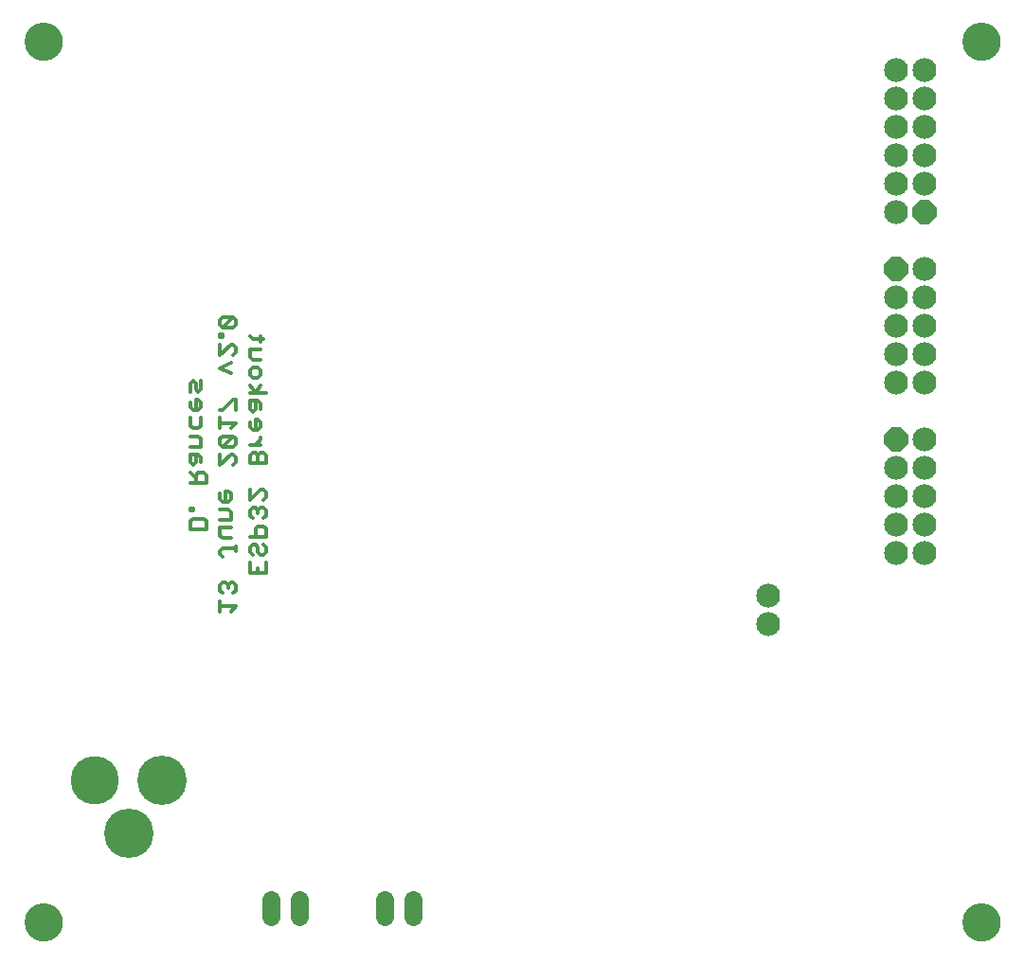
<source format=gbs>
G75*
%MOIN*%
%OFA0B0*%
%FSLAX25Y25*%
%IPPOS*%
%LPD*%
%AMOC8*
5,1,8,0,0,1.08239X$1,22.5*
%
%ADD10C,0.01400*%
%ADD11C,0.17392*%
%ADD12C,0.16998*%
%ADD13C,0.00000*%
%ADD14C,0.13392*%
%ADD15OC8,0.08400*%
%ADD16C,0.08400*%
%ADD17C,0.06400*%
D10*
X0106133Y0158235D02*
X0106133Y0161971D01*
X0106133Y0160103D02*
X0111738Y0160103D01*
X0109870Y0158235D01*
X0110804Y0164680D02*
X0111738Y0165614D01*
X0111738Y0167483D01*
X0110804Y0168417D01*
X0109870Y0168417D01*
X0108935Y0167483D01*
X0108001Y0168417D01*
X0107067Y0168417D01*
X0106133Y0167483D01*
X0106133Y0165614D01*
X0107067Y0164680D01*
X0108935Y0166549D02*
X0108935Y0167483D01*
X0116633Y0171663D02*
X0116633Y0175400D01*
X0117567Y0178109D02*
X0116633Y0179043D01*
X0116633Y0180911D01*
X0117567Y0181845D01*
X0118501Y0181845D01*
X0119435Y0180911D01*
X0119435Y0179043D01*
X0120370Y0178109D01*
X0121304Y0178109D01*
X0122238Y0179043D01*
X0122238Y0180911D01*
X0121304Y0181845D01*
X0122238Y0184554D02*
X0116633Y0184554D01*
X0118501Y0184554D02*
X0118501Y0187356D01*
X0119435Y0188291D01*
X0121304Y0188291D01*
X0122238Y0187356D01*
X0122238Y0184554D01*
X0121304Y0190999D02*
X0122238Y0191934D01*
X0122238Y0193802D01*
X0121304Y0194736D01*
X0120370Y0194736D01*
X0119435Y0193802D01*
X0118501Y0194736D01*
X0117567Y0194736D01*
X0116633Y0193802D01*
X0116633Y0191934D01*
X0117567Y0190999D01*
X0119435Y0192868D02*
X0119435Y0193802D01*
X0121304Y0197445D02*
X0122238Y0198379D01*
X0122238Y0200247D01*
X0121304Y0201182D01*
X0120370Y0201182D01*
X0116633Y0197445D01*
X0116633Y0201182D01*
X0109870Y0199710D02*
X0109870Y0197842D01*
X0108935Y0196908D01*
X0107067Y0196908D01*
X0106133Y0197842D01*
X0106133Y0199710D01*
X0108001Y0200644D02*
X0108001Y0196908D01*
X0108935Y0194199D02*
X0106133Y0194199D01*
X0108935Y0194199D02*
X0109870Y0193265D01*
X0109870Y0190462D01*
X0106133Y0190462D01*
X0106133Y0187753D02*
X0109870Y0187753D01*
X0109870Y0184017D02*
X0107067Y0184017D01*
X0106133Y0184951D01*
X0106133Y0187753D01*
X0101238Y0187240D02*
X0101238Y0190042D01*
X0100304Y0190976D01*
X0096567Y0190976D01*
X0095633Y0190042D01*
X0095633Y0187240D01*
X0101238Y0187240D01*
X0096567Y0193685D02*
X0096567Y0194619D01*
X0095633Y0194619D01*
X0095633Y0193685D01*
X0096567Y0193685D01*
X0108001Y0200644D02*
X0108935Y0200644D01*
X0109870Y0199710D01*
X0101238Y0203353D02*
X0101238Y0206156D01*
X0100304Y0207090D01*
X0098435Y0207090D01*
X0097501Y0206156D01*
X0097501Y0203353D01*
X0095633Y0203353D02*
X0101238Y0203353D01*
X0097501Y0205222D02*
X0095633Y0207090D01*
X0096567Y0209799D02*
X0095633Y0210733D01*
X0095633Y0213535D01*
X0098435Y0213535D01*
X0099370Y0212601D01*
X0099370Y0210733D01*
X0097501Y0210733D02*
X0097501Y0213535D01*
X0097501Y0210733D02*
X0096567Y0209799D01*
X0095633Y0216244D02*
X0099370Y0216244D01*
X0099370Y0219047D01*
X0098435Y0219981D01*
X0095633Y0219981D01*
X0096567Y0222690D02*
X0095633Y0223624D01*
X0095633Y0226426D01*
X0096567Y0229135D02*
X0095633Y0230070D01*
X0095633Y0231938D01*
X0097501Y0232872D02*
X0097501Y0229135D01*
X0096567Y0229135D02*
X0098435Y0229135D01*
X0099370Y0230070D01*
X0099370Y0231938D01*
X0098435Y0232872D01*
X0097501Y0232872D01*
X0098435Y0235581D02*
X0099370Y0236515D01*
X0099370Y0239317D01*
X0097501Y0238383D02*
X0097501Y0236515D01*
X0098435Y0235581D01*
X0095633Y0235581D02*
X0095633Y0238383D01*
X0096567Y0239317D01*
X0097501Y0238383D01*
X0106133Y0243895D02*
X0109870Y0245763D01*
X0110804Y0248472D02*
X0111738Y0249406D01*
X0111738Y0251274D01*
X0110804Y0252208D01*
X0109870Y0252208D01*
X0106133Y0248472D01*
X0106133Y0252208D01*
X0106133Y0254917D02*
X0106133Y0255851D01*
X0107067Y0255851D01*
X0107067Y0254917D01*
X0106133Y0254917D01*
X0107067Y0258140D02*
X0110804Y0261877D01*
X0107067Y0261877D01*
X0106133Y0260942D01*
X0106133Y0259074D01*
X0107067Y0258140D01*
X0110804Y0258140D01*
X0111738Y0259074D01*
X0111738Y0260942D01*
X0110804Y0261877D01*
X0116633Y0255174D02*
X0117567Y0254240D01*
X0121304Y0254240D01*
X0120370Y0253306D02*
X0120370Y0255174D01*
X0120370Y0250597D02*
X0116633Y0250597D01*
X0116633Y0247795D01*
X0117567Y0246860D01*
X0120370Y0246860D01*
X0119435Y0244151D02*
X0120370Y0243217D01*
X0120370Y0241349D01*
X0119435Y0240415D01*
X0117567Y0240415D01*
X0116633Y0241349D01*
X0116633Y0243217D01*
X0117567Y0244151D01*
X0119435Y0244151D01*
X0120370Y0237846D02*
X0118501Y0235044D01*
X0116633Y0237846D01*
X0116633Y0235044D02*
X0122238Y0235044D01*
X0119435Y0232335D02*
X0120370Y0231401D01*
X0120370Y0229532D01*
X0118501Y0229532D02*
X0118501Y0232335D01*
X0119435Y0232335D02*
X0116633Y0232335D01*
X0116633Y0229532D01*
X0117567Y0228598D01*
X0118501Y0229532D01*
X0118501Y0225889D02*
X0118501Y0222153D01*
X0117567Y0222153D02*
X0119435Y0222153D01*
X0120370Y0223087D01*
X0120370Y0224955D01*
X0119435Y0225889D01*
X0118501Y0225889D01*
X0116633Y0224955D02*
X0116633Y0223087D01*
X0117567Y0222153D01*
X0120370Y0219584D02*
X0120370Y0218650D01*
X0118501Y0216781D01*
X0116633Y0216781D02*
X0120370Y0216781D01*
X0120370Y0214073D02*
X0119435Y0213138D01*
X0119435Y0210336D01*
X0116633Y0210336D02*
X0116633Y0213138D01*
X0117567Y0214073D01*
X0118501Y0214073D01*
X0119435Y0213138D01*
X0120370Y0214073D02*
X0121304Y0214073D01*
X0122238Y0213138D01*
X0122238Y0210336D01*
X0116633Y0210336D01*
X0111738Y0210733D02*
X0110804Y0209799D01*
X0111738Y0210733D02*
X0111738Y0212601D01*
X0110804Y0213535D01*
X0109870Y0213535D01*
X0106133Y0209799D01*
X0106133Y0213535D01*
X0107067Y0216244D02*
X0110804Y0219981D01*
X0107067Y0219981D01*
X0106133Y0219047D01*
X0106133Y0217178D01*
X0107067Y0216244D01*
X0110804Y0216244D01*
X0111738Y0217178D01*
X0111738Y0219047D01*
X0110804Y0219981D01*
X0109870Y0222690D02*
X0111738Y0224558D01*
X0106133Y0224558D01*
X0106133Y0222690D02*
X0106133Y0226426D01*
X0106133Y0229135D02*
X0107067Y0229135D01*
X0110804Y0232872D01*
X0111738Y0232872D01*
X0111738Y0229135D01*
X0099370Y0226426D02*
X0099370Y0223624D01*
X0098435Y0222690D01*
X0096567Y0222690D01*
X0106133Y0243895D02*
X0109870Y0242026D01*
X0111738Y0181308D02*
X0111738Y0179440D01*
X0111738Y0180374D02*
X0107067Y0180374D01*
X0106133Y0179440D01*
X0106133Y0178505D01*
X0107067Y0177571D01*
X0116633Y0171663D02*
X0122238Y0171663D01*
X0122238Y0175400D01*
X0119435Y0173531D02*
X0119435Y0171663D01*
D11*
X0085744Y0098933D03*
X0073933Y0080035D03*
D12*
X0062122Y0098933D03*
D13*
X0037437Y0048933D02*
X0037439Y0049094D01*
X0037445Y0049254D01*
X0037455Y0049415D01*
X0037469Y0049575D01*
X0037487Y0049734D01*
X0037508Y0049894D01*
X0037534Y0050052D01*
X0037564Y0050210D01*
X0037597Y0050367D01*
X0037635Y0050524D01*
X0037676Y0050679D01*
X0037721Y0050833D01*
X0037770Y0050986D01*
X0037823Y0051138D01*
X0037879Y0051288D01*
X0037939Y0051437D01*
X0038003Y0051585D01*
X0038070Y0051731D01*
X0038141Y0051875D01*
X0038216Y0052017D01*
X0038294Y0052158D01*
X0038375Y0052296D01*
X0038460Y0052433D01*
X0038549Y0052567D01*
X0038640Y0052699D01*
X0038735Y0052829D01*
X0038833Y0052956D01*
X0038934Y0053081D01*
X0039038Y0053204D01*
X0039145Y0053323D01*
X0039255Y0053440D01*
X0039368Y0053555D01*
X0039484Y0053666D01*
X0039602Y0053775D01*
X0039723Y0053880D01*
X0039847Y0053983D01*
X0039973Y0054083D01*
X0040102Y0054179D01*
X0040233Y0054272D01*
X0040366Y0054362D01*
X0040501Y0054449D01*
X0040639Y0054532D01*
X0040778Y0054611D01*
X0040920Y0054688D01*
X0041063Y0054761D01*
X0041208Y0054830D01*
X0041355Y0054895D01*
X0041503Y0054957D01*
X0041653Y0055016D01*
X0041804Y0055070D01*
X0041956Y0055121D01*
X0042110Y0055168D01*
X0042265Y0055211D01*
X0042420Y0055250D01*
X0042577Y0055286D01*
X0042735Y0055318D01*
X0042893Y0055345D01*
X0043052Y0055369D01*
X0043211Y0055389D01*
X0043371Y0055405D01*
X0043532Y0055417D01*
X0043692Y0055425D01*
X0043853Y0055429D01*
X0044013Y0055429D01*
X0044174Y0055425D01*
X0044334Y0055417D01*
X0044495Y0055405D01*
X0044655Y0055389D01*
X0044814Y0055369D01*
X0044973Y0055345D01*
X0045131Y0055318D01*
X0045289Y0055286D01*
X0045446Y0055250D01*
X0045601Y0055211D01*
X0045756Y0055168D01*
X0045910Y0055121D01*
X0046062Y0055070D01*
X0046213Y0055016D01*
X0046363Y0054957D01*
X0046511Y0054895D01*
X0046658Y0054830D01*
X0046803Y0054761D01*
X0046946Y0054688D01*
X0047088Y0054611D01*
X0047227Y0054532D01*
X0047365Y0054449D01*
X0047500Y0054362D01*
X0047633Y0054272D01*
X0047764Y0054179D01*
X0047893Y0054083D01*
X0048019Y0053983D01*
X0048143Y0053880D01*
X0048264Y0053775D01*
X0048382Y0053666D01*
X0048498Y0053555D01*
X0048611Y0053440D01*
X0048721Y0053323D01*
X0048828Y0053204D01*
X0048932Y0053081D01*
X0049033Y0052956D01*
X0049131Y0052829D01*
X0049226Y0052699D01*
X0049317Y0052567D01*
X0049406Y0052433D01*
X0049491Y0052296D01*
X0049572Y0052158D01*
X0049650Y0052017D01*
X0049725Y0051875D01*
X0049796Y0051731D01*
X0049863Y0051585D01*
X0049927Y0051437D01*
X0049987Y0051288D01*
X0050043Y0051138D01*
X0050096Y0050986D01*
X0050145Y0050833D01*
X0050190Y0050679D01*
X0050231Y0050524D01*
X0050269Y0050367D01*
X0050302Y0050210D01*
X0050332Y0050052D01*
X0050358Y0049894D01*
X0050379Y0049734D01*
X0050397Y0049575D01*
X0050411Y0049415D01*
X0050421Y0049254D01*
X0050427Y0049094D01*
X0050429Y0048933D01*
X0050427Y0048772D01*
X0050421Y0048612D01*
X0050411Y0048451D01*
X0050397Y0048291D01*
X0050379Y0048132D01*
X0050358Y0047972D01*
X0050332Y0047814D01*
X0050302Y0047656D01*
X0050269Y0047499D01*
X0050231Y0047342D01*
X0050190Y0047187D01*
X0050145Y0047033D01*
X0050096Y0046880D01*
X0050043Y0046728D01*
X0049987Y0046578D01*
X0049927Y0046429D01*
X0049863Y0046281D01*
X0049796Y0046135D01*
X0049725Y0045991D01*
X0049650Y0045849D01*
X0049572Y0045708D01*
X0049491Y0045570D01*
X0049406Y0045433D01*
X0049317Y0045299D01*
X0049226Y0045167D01*
X0049131Y0045037D01*
X0049033Y0044910D01*
X0048932Y0044785D01*
X0048828Y0044662D01*
X0048721Y0044543D01*
X0048611Y0044426D01*
X0048498Y0044311D01*
X0048382Y0044200D01*
X0048264Y0044091D01*
X0048143Y0043986D01*
X0048019Y0043883D01*
X0047893Y0043783D01*
X0047764Y0043687D01*
X0047633Y0043594D01*
X0047500Y0043504D01*
X0047365Y0043417D01*
X0047227Y0043334D01*
X0047088Y0043255D01*
X0046946Y0043178D01*
X0046803Y0043105D01*
X0046658Y0043036D01*
X0046511Y0042971D01*
X0046363Y0042909D01*
X0046213Y0042850D01*
X0046062Y0042796D01*
X0045910Y0042745D01*
X0045756Y0042698D01*
X0045601Y0042655D01*
X0045446Y0042616D01*
X0045289Y0042580D01*
X0045131Y0042548D01*
X0044973Y0042521D01*
X0044814Y0042497D01*
X0044655Y0042477D01*
X0044495Y0042461D01*
X0044334Y0042449D01*
X0044174Y0042441D01*
X0044013Y0042437D01*
X0043853Y0042437D01*
X0043692Y0042441D01*
X0043532Y0042449D01*
X0043371Y0042461D01*
X0043211Y0042477D01*
X0043052Y0042497D01*
X0042893Y0042521D01*
X0042735Y0042548D01*
X0042577Y0042580D01*
X0042420Y0042616D01*
X0042265Y0042655D01*
X0042110Y0042698D01*
X0041956Y0042745D01*
X0041804Y0042796D01*
X0041653Y0042850D01*
X0041503Y0042909D01*
X0041355Y0042971D01*
X0041208Y0043036D01*
X0041063Y0043105D01*
X0040920Y0043178D01*
X0040778Y0043255D01*
X0040639Y0043334D01*
X0040501Y0043417D01*
X0040366Y0043504D01*
X0040233Y0043594D01*
X0040102Y0043687D01*
X0039973Y0043783D01*
X0039847Y0043883D01*
X0039723Y0043986D01*
X0039602Y0044091D01*
X0039484Y0044200D01*
X0039368Y0044311D01*
X0039255Y0044426D01*
X0039145Y0044543D01*
X0039038Y0044662D01*
X0038934Y0044785D01*
X0038833Y0044910D01*
X0038735Y0045037D01*
X0038640Y0045167D01*
X0038549Y0045299D01*
X0038460Y0045433D01*
X0038375Y0045570D01*
X0038294Y0045708D01*
X0038216Y0045849D01*
X0038141Y0045991D01*
X0038070Y0046135D01*
X0038003Y0046281D01*
X0037939Y0046429D01*
X0037879Y0046578D01*
X0037823Y0046728D01*
X0037770Y0046880D01*
X0037721Y0047033D01*
X0037676Y0047187D01*
X0037635Y0047342D01*
X0037597Y0047499D01*
X0037564Y0047656D01*
X0037534Y0047814D01*
X0037508Y0047972D01*
X0037487Y0048132D01*
X0037469Y0048291D01*
X0037455Y0048451D01*
X0037445Y0048612D01*
X0037439Y0048772D01*
X0037437Y0048933D01*
X0037437Y0358933D02*
X0037439Y0359094D01*
X0037445Y0359254D01*
X0037455Y0359415D01*
X0037469Y0359575D01*
X0037487Y0359734D01*
X0037508Y0359894D01*
X0037534Y0360052D01*
X0037564Y0360210D01*
X0037597Y0360367D01*
X0037635Y0360524D01*
X0037676Y0360679D01*
X0037721Y0360833D01*
X0037770Y0360986D01*
X0037823Y0361138D01*
X0037879Y0361288D01*
X0037939Y0361437D01*
X0038003Y0361585D01*
X0038070Y0361731D01*
X0038141Y0361875D01*
X0038216Y0362017D01*
X0038294Y0362158D01*
X0038375Y0362296D01*
X0038460Y0362433D01*
X0038549Y0362567D01*
X0038640Y0362699D01*
X0038735Y0362829D01*
X0038833Y0362956D01*
X0038934Y0363081D01*
X0039038Y0363204D01*
X0039145Y0363323D01*
X0039255Y0363440D01*
X0039368Y0363555D01*
X0039484Y0363666D01*
X0039602Y0363775D01*
X0039723Y0363880D01*
X0039847Y0363983D01*
X0039973Y0364083D01*
X0040102Y0364179D01*
X0040233Y0364272D01*
X0040366Y0364362D01*
X0040501Y0364449D01*
X0040639Y0364532D01*
X0040778Y0364611D01*
X0040920Y0364688D01*
X0041063Y0364761D01*
X0041208Y0364830D01*
X0041355Y0364895D01*
X0041503Y0364957D01*
X0041653Y0365016D01*
X0041804Y0365070D01*
X0041956Y0365121D01*
X0042110Y0365168D01*
X0042265Y0365211D01*
X0042420Y0365250D01*
X0042577Y0365286D01*
X0042735Y0365318D01*
X0042893Y0365345D01*
X0043052Y0365369D01*
X0043211Y0365389D01*
X0043371Y0365405D01*
X0043532Y0365417D01*
X0043692Y0365425D01*
X0043853Y0365429D01*
X0044013Y0365429D01*
X0044174Y0365425D01*
X0044334Y0365417D01*
X0044495Y0365405D01*
X0044655Y0365389D01*
X0044814Y0365369D01*
X0044973Y0365345D01*
X0045131Y0365318D01*
X0045289Y0365286D01*
X0045446Y0365250D01*
X0045601Y0365211D01*
X0045756Y0365168D01*
X0045910Y0365121D01*
X0046062Y0365070D01*
X0046213Y0365016D01*
X0046363Y0364957D01*
X0046511Y0364895D01*
X0046658Y0364830D01*
X0046803Y0364761D01*
X0046946Y0364688D01*
X0047088Y0364611D01*
X0047227Y0364532D01*
X0047365Y0364449D01*
X0047500Y0364362D01*
X0047633Y0364272D01*
X0047764Y0364179D01*
X0047893Y0364083D01*
X0048019Y0363983D01*
X0048143Y0363880D01*
X0048264Y0363775D01*
X0048382Y0363666D01*
X0048498Y0363555D01*
X0048611Y0363440D01*
X0048721Y0363323D01*
X0048828Y0363204D01*
X0048932Y0363081D01*
X0049033Y0362956D01*
X0049131Y0362829D01*
X0049226Y0362699D01*
X0049317Y0362567D01*
X0049406Y0362433D01*
X0049491Y0362296D01*
X0049572Y0362158D01*
X0049650Y0362017D01*
X0049725Y0361875D01*
X0049796Y0361731D01*
X0049863Y0361585D01*
X0049927Y0361437D01*
X0049987Y0361288D01*
X0050043Y0361138D01*
X0050096Y0360986D01*
X0050145Y0360833D01*
X0050190Y0360679D01*
X0050231Y0360524D01*
X0050269Y0360367D01*
X0050302Y0360210D01*
X0050332Y0360052D01*
X0050358Y0359894D01*
X0050379Y0359734D01*
X0050397Y0359575D01*
X0050411Y0359415D01*
X0050421Y0359254D01*
X0050427Y0359094D01*
X0050429Y0358933D01*
X0050427Y0358772D01*
X0050421Y0358612D01*
X0050411Y0358451D01*
X0050397Y0358291D01*
X0050379Y0358132D01*
X0050358Y0357972D01*
X0050332Y0357814D01*
X0050302Y0357656D01*
X0050269Y0357499D01*
X0050231Y0357342D01*
X0050190Y0357187D01*
X0050145Y0357033D01*
X0050096Y0356880D01*
X0050043Y0356728D01*
X0049987Y0356578D01*
X0049927Y0356429D01*
X0049863Y0356281D01*
X0049796Y0356135D01*
X0049725Y0355991D01*
X0049650Y0355849D01*
X0049572Y0355708D01*
X0049491Y0355570D01*
X0049406Y0355433D01*
X0049317Y0355299D01*
X0049226Y0355167D01*
X0049131Y0355037D01*
X0049033Y0354910D01*
X0048932Y0354785D01*
X0048828Y0354662D01*
X0048721Y0354543D01*
X0048611Y0354426D01*
X0048498Y0354311D01*
X0048382Y0354200D01*
X0048264Y0354091D01*
X0048143Y0353986D01*
X0048019Y0353883D01*
X0047893Y0353783D01*
X0047764Y0353687D01*
X0047633Y0353594D01*
X0047500Y0353504D01*
X0047365Y0353417D01*
X0047227Y0353334D01*
X0047088Y0353255D01*
X0046946Y0353178D01*
X0046803Y0353105D01*
X0046658Y0353036D01*
X0046511Y0352971D01*
X0046363Y0352909D01*
X0046213Y0352850D01*
X0046062Y0352796D01*
X0045910Y0352745D01*
X0045756Y0352698D01*
X0045601Y0352655D01*
X0045446Y0352616D01*
X0045289Y0352580D01*
X0045131Y0352548D01*
X0044973Y0352521D01*
X0044814Y0352497D01*
X0044655Y0352477D01*
X0044495Y0352461D01*
X0044334Y0352449D01*
X0044174Y0352441D01*
X0044013Y0352437D01*
X0043853Y0352437D01*
X0043692Y0352441D01*
X0043532Y0352449D01*
X0043371Y0352461D01*
X0043211Y0352477D01*
X0043052Y0352497D01*
X0042893Y0352521D01*
X0042735Y0352548D01*
X0042577Y0352580D01*
X0042420Y0352616D01*
X0042265Y0352655D01*
X0042110Y0352698D01*
X0041956Y0352745D01*
X0041804Y0352796D01*
X0041653Y0352850D01*
X0041503Y0352909D01*
X0041355Y0352971D01*
X0041208Y0353036D01*
X0041063Y0353105D01*
X0040920Y0353178D01*
X0040778Y0353255D01*
X0040639Y0353334D01*
X0040501Y0353417D01*
X0040366Y0353504D01*
X0040233Y0353594D01*
X0040102Y0353687D01*
X0039973Y0353783D01*
X0039847Y0353883D01*
X0039723Y0353986D01*
X0039602Y0354091D01*
X0039484Y0354200D01*
X0039368Y0354311D01*
X0039255Y0354426D01*
X0039145Y0354543D01*
X0039038Y0354662D01*
X0038934Y0354785D01*
X0038833Y0354910D01*
X0038735Y0355037D01*
X0038640Y0355167D01*
X0038549Y0355299D01*
X0038460Y0355433D01*
X0038375Y0355570D01*
X0038294Y0355708D01*
X0038216Y0355849D01*
X0038141Y0355991D01*
X0038070Y0356135D01*
X0038003Y0356281D01*
X0037939Y0356429D01*
X0037879Y0356578D01*
X0037823Y0356728D01*
X0037770Y0356880D01*
X0037721Y0357033D01*
X0037676Y0357187D01*
X0037635Y0357342D01*
X0037597Y0357499D01*
X0037564Y0357656D01*
X0037534Y0357814D01*
X0037508Y0357972D01*
X0037487Y0358132D01*
X0037469Y0358291D01*
X0037455Y0358451D01*
X0037445Y0358612D01*
X0037439Y0358772D01*
X0037437Y0358933D01*
X0367437Y0358933D02*
X0367439Y0359094D01*
X0367445Y0359254D01*
X0367455Y0359415D01*
X0367469Y0359575D01*
X0367487Y0359734D01*
X0367508Y0359894D01*
X0367534Y0360052D01*
X0367564Y0360210D01*
X0367597Y0360367D01*
X0367635Y0360524D01*
X0367676Y0360679D01*
X0367721Y0360833D01*
X0367770Y0360986D01*
X0367823Y0361138D01*
X0367879Y0361288D01*
X0367939Y0361437D01*
X0368003Y0361585D01*
X0368070Y0361731D01*
X0368141Y0361875D01*
X0368216Y0362017D01*
X0368294Y0362158D01*
X0368375Y0362296D01*
X0368460Y0362433D01*
X0368549Y0362567D01*
X0368640Y0362699D01*
X0368735Y0362829D01*
X0368833Y0362956D01*
X0368934Y0363081D01*
X0369038Y0363204D01*
X0369145Y0363323D01*
X0369255Y0363440D01*
X0369368Y0363555D01*
X0369484Y0363666D01*
X0369602Y0363775D01*
X0369723Y0363880D01*
X0369847Y0363983D01*
X0369973Y0364083D01*
X0370102Y0364179D01*
X0370233Y0364272D01*
X0370366Y0364362D01*
X0370501Y0364449D01*
X0370639Y0364532D01*
X0370778Y0364611D01*
X0370920Y0364688D01*
X0371063Y0364761D01*
X0371208Y0364830D01*
X0371355Y0364895D01*
X0371503Y0364957D01*
X0371653Y0365016D01*
X0371804Y0365070D01*
X0371956Y0365121D01*
X0372110Y0365168D01*
X0372265Y0365211D01*
X0372420Y0365250D01*
X0372577Y0365286D01*
X0372735Y0365318D01*
X0372893Y0365345D01*
X0373052Y0365369D01*
X0373211Y0365389D01*
X0373371Y0365405D01*
X0373532Y0365417D01*
X0373692Y0365425D01*
X0373853Y0365429D01*
X0374013Y0365429D01*
X0374174Y0365425D01*
X0374334Y0365417D01*
X0374495Y0365405D01*
X0374655Y0365389D01*
X0374814Y0365369D01*
X0374973Y0365345D01*
X0375131Y0365318D01*
X0375289Y0365286D01*
X0375446Y0365250D01*
X0375601Y0365211D01*
X0375756Y0365168D01*
X0375910Y0365121D01*
X0376062Y0365070D01*
X0376213Y0365016D01*
X0376363Y0364957D01*
X0376511Y0364895D01*
X0376658Y0364830D01*
X0376803Y0364761D01*
X0376946Y0364688D01*
X0377088Y0364611D01*
X0377227Y0364532D01*
X0377365Y0364449D01*
X0377500Y0364362D01*
X0377633Y0364272D01*
X0377764Y0364179D01*
X0377893Y0364083D01*
X0378019Y0363983D01*
X0378143Y0363880D01*
X0378264Y0363775D01*
X0378382Y0363666D01*
X0378498Y0363555D01*
X0378611Y0363440D01*
X0378721Y0363323D01*
X0378828Y0363204D01*
X0378932Y0363081D01*
X0379033Y0362956D01*
X0379131Y0362829D01*
X0379226Y0362699D01*
X0379317Y0362567D01*
X0379406Y0362433D01*
X0379491Y0362296D01*
X0379572Y0362158D01*
X0379650Y0362017D01*
X0379725Y0361875D01*
X0379796Y0361731D01*
X0379863Y0361585D01*
X0379927Y0361437D01*
X0379987Y0361288D01*
X0380043Y0361138D01*
X0380096Y0360986D01*
X0380145Y0360833D01*
X0380190Y0360679D01*
X0380231Y0360524D01*
X0380269Y0360367D01*
X0380302Y0360210D01*
X0380332Y0360052D01*
X0380358Y0359894D01*
X0380379Y0359734D01*
X0380397Y0359575D01*
X0380411Y0359415D01*
X0380421Y0359254D01*
X0380427Y0359094D01*
X0380429Y0358933D01*
X0380427Y0358772D01*
X0380421Y0358612D01*
X0380411Y0358451D01*
X0380397Y0358291D01*
X0380379Y0358132D01*
X0380358Y0357972D01*
X0380332Y0357814D01*
X0380302Y0357656D01*
X0380269Y0357499D01*
X0380231Y0357342D01*
X0380190Y0357187D01*
X0380145Y0357033D01*
X0380096Y0356880D01*
X0380043Y0356728D01*
X0379987Y0356578D01*
X0379927Y0356429D01*
X0379863Y0356281D01*
X0379796Y0356135D01*
X0379725Y0355991D01*
X0379650Y0355849D01*
X0379572Y0355708D01*
X0379491Y0355570D01*
X0379406Y0355433D01*
X0379317Y0355299D01*
X0379226Y0355167D01*
X0379131Y0355037D01*
X0379033Y0354910D01*
X0378932Y0354785D01*
X0378828Y0354662D01*
X0378721Y0354543D01*
X0378611Y0354426D01*
X0378498Y0354311D01*
X0378382Y0354200D01*
X0378264Y0354091D01*
X0378143Y0353986D01*
X0378019Y0353883D01*
X0377893Y0353783D01*
X0377764Y0353687D01*
X0377633Y0353594D01*
X0377500Y0353504D01*
X0377365Y0353417D01*
X0377227Y0353334D01*
X0377088Y0353255D01*
X0376946Y0353178D01*
X0376803Y0353105D01*
X0376658Y0353036D01*
X0376511Y0352971D01*
X0376363Y0352909D01*
X0376213Y0352850D01*
X0376062Y0352796D01*
X0375910Y0352745D01*
X0375756Y0352698D01*
X0375601Y0352655D01*
X0375446Y0352616D01*
X0375289Y0352580D01*
X0375131Y0352548D01*
X0374973Y0352521D01*
X0374814Y0352497D01*
X0374655Y0352477D01*
X0374495Y0352461D01*
X0374334Y0352449D01*
X0374174Y0352441D01*
X0374013Y0352437D01*
X0373853Y0352437D01*
X0373692Y0352441D01*
X0373532Y0352449D01*
X0373371Y0352461D01*
X0373211Y0352477D01*
X0373052Y0352497D01*
X0372893Y0352521D01*
X0372735Y0352548D01*
X0372577Y0352580D01*
X0372420Y0352616D01*
X0372265Y0352655D01*
X0372110Y0352698D01*
X0371956Y0352745D01*
X0371804Y0352796D01*
X0371653Y0352850D01*
X0371503Y0352909D01*
X0371355Y0352971D01*
X0371208Y0353036D01*
X0371063Y0353105D01*
X0370920Y0353178D01*
X0370778Y0353255D01*
X0370639Y0353334D01*
X0370501Y0353417D01*
X0370366Y0353504D01*
X0370233Y0353594D01*
X0370102Y0353687D01*
X0369973Y0353783D01*
X0369847Y0353883D01*
X0369723Y0353986D01*
X0369602Y0354091D01*
X0369484Y0354200D01*
X0369368Y0354311D01*
X0369255Y0354426D01*
X0369145Y0354543D01*
X0369038Y0354662D01*
X0368934Y0354785D01*
X0368833Y0354910D01*
X0368735Y0355037D01*
X0368640Y0355167D01*
X0368549Y0355299D01*
X0368460Y0355433D01*
X0368375Y0355570D01*
X0368294Y0355708D01*
X0368216Y0355849D01*
X0368141Y0355991D01*
X0368070Y0356135D01*
X0368003Y0356281D01*
X0367939Y0356429D01*
X0367879Y0356578D01*
X0367823Y0356728D01*
X0367770Y0356880D01*
X0367721Y0357033D01*
X0367676Y0357187D01*
X0367635Y0357342D01*
X0367597Y0357499D01*
X0367564Y0357656D01*
X0367534Y0357814D01*
X0367508Y0357972D01*
X0367487Y0358132D01*
X0367469Y0358291D01*
X0367455Y0358451D01*
X0367445Y0358612D01*
X0367439Y0358772D01*
X0367437Y0358933D01*
X0367437Y0048933D02*
X0367439Y0049094D01*
X0367445Y0049254D01*
X0367455Y0049415D01*
X0367469Y0049575D01*
X0367487Y0049734D01*
X0367508Y0049894D01*
X0367534Y0050052D01*
X0367564Y0050210D01*
X0367597Y0050367D01*
X0367635Y0050524D01*
X0367676Y0050679D01*
X0367721Y0050833D01*
X0367770Y0050986D01*
X0367823Y0051138D01*
X0367879Y0051288D01*
X0367939Y0051437D01*
X0368003Y0051585D01*
X0368070Y0051731D01*
X0368141Y0051875D01*
X0368216Y0052017D01*
X0368294Y0052158D01*
X0368375Y0052296D01*
X0368460Y0052433D01*
X0368549Y0052567D01*
X0368640Y0052699D01*
X0368735Y0052829D01*
X0368833Y0052956D01*
X0368934Y0053081D01*
X0369038Y0053204D01*
X0369145Y0053323D01*
X0369255Y0053440D01*
X0369368Y0053555D01*
X0369484Y0053666D01*
X0369602Y0053775D01*
X0369723Y0053880D01*
X0369847Y0053983D01*
X0369973Y0054083D01*
X0370102Y0054179D01*
X0370233Y0054272D01*
X0370366Y0054362D01*
X0370501Y0054449D01*
X0370639Y0054532D01*
X0370778Y0054611D01*
X0370920Y0054688D01*
X0371063Y0054761D01*
X0371208Y0054830D01*
X0371355Y0054895D01*
X0371503Y0054957D01*
X0371653Y0055016D01*
X0371804Y0055070D01*
X0371956Y0055121D01*
X0372110Y0055168D01*
X0372265Y0055211D01*
X0372420Y0055250D01*
X0372577Y0055286D01*
X0372735Y0055318D01*
X0372893Y0055345D01*
X0373052Y0055369D01*
X0373211Y0055389D01*
X0373371Y0055405D01*
X0373532Y0055417D01*
X0373692Y0055425D01*
X0373853Y0055429D01*
X0374013Y0055429D01*
X0374174Y0055425D01*
X0374334Y0055417D01*
X0374495Y0055405D01*
X0374655Y0055389D01*
X0374814Y0055369D01*
X0374973Y0055345D01*
X0375131Y0055318D01*
X0375289Y0055286D01*
X0375446Y0055250D01*
X0375601Y0055211D01*
X0375756Y0055168D01*
X0375910Y0055121D01*
X0376062Y0055070D01*
X0376213Y0055016D01*
X0376363Y0054957D01*
X0376511Y0054895D01*
X0376658Y0054830D01*
X0376803Y0054761D01*
X0376946Y0054688D01*
X0377088Y0054611D01*
X0377227Y0054532D01*
X0377365Y0054449D01*
X0377500Y0054362D01*
X0377633Y0054272D01*
X0377764Y0054179D01*
X0377893Y0054083D01*
X0378019Y0053983D01*
X0378143Y0053880D01*
X0378264Y0053775D01*
X0378382Y0053666D01*
X0378498Y0053555D01*
X0378611Y0053440D01*
X0378721Y0053323D01*
X0378828Y0053204D01*
X0378932Y0053081D01*
X0379033Y0052956D01*
X0379131Y0052829D01*
X0379226Y0052699D01*
X0379317Y0052567D01*
X0379406Y0052433D01*
X0379491Y0052296D01*
X0379572Y0052158D01*
X0379650Y0052017D01*
X0379725Y0051875D01*
X0379796Y0051731D01*
X0379863Y0051585D01*
X0379927Y0051437D01*
X0379987Y0051288D01*
X0380043Y0051138D01*
X0380096Y0050986D01*
X0380145Y0050833D01*
X0380190Y0050679D01*
X0380231Y0050524D01*
X0380269Y0050367D01*
X0380302Y0050210D01*
X0380332Y0050052D01*
X0380358Y0049894D01*
X0380379Y0049734D01*
X0380397Y0049575D01*
X0380411Y0049415D01*
X0380421Y0049254D01*
X0380427Y0049094D01*
X0380429Y0048933D01*
X0380427Y0048772D01*
X0380421Y0048612D01*
X0380411Y0048451D01*
X0380397Y0048291D01*
X0380379Y0048132D01*
X0380358Y0047972D01*
X0380332Y0047814D01*
X0380302Y0047656D01*
X0380269Y0047499D01*
X0380231Y0047342D01*
X0380190Y0047187D01*
X0380145Y0047033D01*
X0380096Y0046880D01*
X0380043Y0046728D01*
X0379987Y0046578D01*
X0379927Y0046429D01*
X0379863Y0046281D01*
X0379796Y0046135D01*
X0379725Y0045991D01*
X0379650Y0045849D01*
X0379572Y0045708D01*
X0379491Y0045570D01*
X0379406Y0045433D01*
X0379317Y0045299D01*
X0379226Y0045167D01*
X0379131Y0045037D01*
X0379033Y0044910D01*
X0378932Y0044785D01*
X0378828Y0044662D01*
X0378721Y0044543D01*
X0378611Y0044426D01*
X0378498Y0044311D01*
X0378382Y0044200D01*
X0378264Y0044091D01*
X0378143Y0043986D01*
X0378019Y0043883D01*
X0377893Y0043783D01*
X0377764Y0043687D01*
X0377633Y0043594D01*
X0377500Y0043504D01*
X0377365Y0043417D01*
X0377227Y0043334D01*
X0377088Y0043255D01*
X0376946Y0043178D01*
X0376803Y0043105D01*
X0376658Y0043036D01*
X0376511Y0042971D01*
X0376363Y0042909D01*
X0376213Y0042850D01*
X0376062Y0042796D01*
X0375910Y0042745D01*
X0375756Y0042698D01*
X0375601Y0042655D01*
X0375446Y0042616D01*
X0375289Y0042580D01*
X0375131Y0042548D01*
X0374973Y0042521D01*
X0374814Y0042497D01*
X0374655Y0042477D01*
X0374495Y0042461D01*
X0374334Y0042449D01*
X0374174Y0042441D01*
X0374013Y0042437D01*
X0373853Y0042437D01*
X0373692Y0042441D01*
X0373532Y0042449D01*
X0373371Y0042461D01*
X0373211Y0042477D01*
X0373052Y0042497D01*
X0372893Y0042521D01*
X0372735Y0042548D01*
X0372577Y0042580D01*
X0372420Y0042616D01*
X0372265Y0042655D01*
X0372110Y0042698D01*
X0371956Y0042745D01*
X0371804Y0042796D01*
X0371653Y0042850D01*
X0371503Y0042909D01*
X0371355Y0042971D01*
X0371208Y0043036D01*
X0371063Y0043105D01*
X0370920Y0043178D01*
X0370778Y0043255D01*
X0370639Y0043334D01*
X0370501Y0043417D01*
X0370366Y0043504D01*
X0370233Y0043594D01*
X0370102Y0043687D01*
X0369973Y0043783D01*
X0369847Y0043883D01*
X0369723Y0043986D01*
X0369602Y0044091D01*
X0369484Y0044200D01*
X0369368Y0044311D01*
X0369255Y0044426D01*
X0369145Y0044543D01*
X0369038Y0044662D01*
X0368934Y0044785D01*
X0368833Y0044910D01*
X0368735Y0045037D01*
X0368640Y0045167D01*
X0368549Y0045299D01*
X0368460Y0045433D01*
X0368375Y0045570D01*
X0368294Y0045708D01*
X0368216Y0045849D01*
X0368141Y0045991D01*
X0368070Y0046135D01*
X0368003Y0046281D01*
X0367939Y0046429D01*
X0367879Y0046578D01*
X0367823Y0046728D01*
X0367770Y0046880D01*
X0367721Y0047033D01*
X0367676Y0047187D01*
X0367635Y0047342D01*
X0367597Y0047499D01*
X0367564Y0047656D01*
X0367534Y0047814D01*
X0367508Y0047972D01*
X0367487Y0048132D01*
X0367469Y0048291D01*
X0367455Y0048451D01*
X0367445Y0048612D01*
X0367439Y0048772D01*
X0367437Y0048933D01*
D14*
X0043933Y0048933D03*
X0043933Y0358933D03*
X0373933Y0358933D03*
X0373933Y0048933D03*
D15*
X0343933Y0218933D03*
X0343933Y0278933D03*
X0353933Y0298933D03*
D16*
X0343933Y0298933D03*
X0343933Y0308933D03*
X0343933Y0318933D03*
X0343933Y0328933D03*
X0343933Y0338933D03*
X0343933Y0348933D03*
X0353933Y0348933D03*
X0353933Y0338933D03*
X0353933Y0328933D03*
X0353933Y0318933D03*
X0353933Y0308933D03*
X0353933Y0278933D03*
X0353933Y0268933D03*
X0353933Y0258933D03*
X0353933Y0248933D03*
X0353933Y0238933D03*
X0343933Y0238933D03*
X0343933Y0248933D03*
X0343933Y0258933D03*
X0343933Y0268933D03*
X0353933Y0218933D03*
X0353933Y0208933D03*
X0353933Y0198933D03*
X0353933Y0188933D03*
X0353933Y0178933D03*
X0343933Y0178933D03*
X0343933Y0188933D03*
X0343933Y0198933D03*
X0343933Y0208933D03*
X0298933Y0163933D03*
X0298933Y0153933D03*
D17*
X0173933Y0056933D02*
X0173933Y0050933D01*
X0163933Y0050933D02*
X0163933Y0056933D01*
X0133933Y0056933D02*
X0133933Y0050933D01*
X0123933Y0050933D02*
X0123933Y0056933D01*
M02*

</source>
